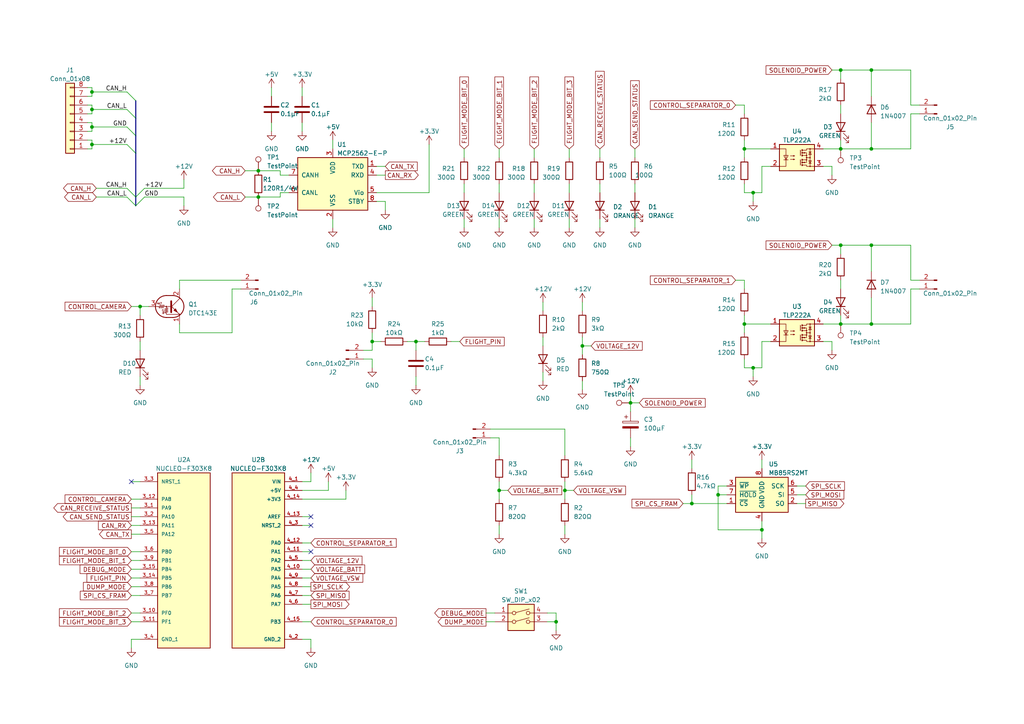
<source format=kicad_sch>
(kicad_sch (version 20230121) (generator eeschema)
  (paper "A4")
  (junction (at 26.67 36.83))
  (junction (at 218.44 55.88))
  (junction (at 252.73 93.98))
  (junction (at 144.78 142.24))
  (junction (at 26.67 41.91))
  (junction (at 26.67 31.75))
  (junction (at 218.44 106.68))
  (junction (at 74.93 57.15))
  (junction (at 107.95 99.06))
  (junction (at 168.91 100.33))
  (junction (at 215.9 93.98))
  (junction (at 252.73 43.18))
  (junction (at 200.66 146.05))
  (junction (at 252.73 71.12))
  (junction (at 182.88 116.84))
  (junction (at 120.65 99.06))
  (junction (at 243.84 20.32))
  (junction (at 26.67 26.67))
  (junction (at 243.84 71.12))
  (junction (at 208.28 143.51))
  (junction (at 40.64 88.9))
  (junction (at 243.84 93.98))
  (junction (at 220.98 153.67))
  (junction (at 243.84 43.18))
  (junction (at 74.93 49.53))
  (junction (at 215.9 43.18))
  (junction (at 252.73 20.32))
  (junction (at 163.83 142.24))
  (junction (at 161.29 180.34))
  (no_connect (at 90.17 149.86))
  (no_connect (at 38.1 139.7))
  (no_connect (at 90.17 152.4))
  (no_connect (at 90.17 160.02))
  (bus_entry (at 39.37 59.69) (size 2.54 -2.54))
  (bus_entry (at 39.37 57.15) (size -2.54 -2.54))
  (bus_entry (at 36.83 41.91) (size 2.54 2.54))
  (bus_entry (at 36.83 26.67) (size 2.54 2.54))
  (bus_entry (at 39.37 57.15) (size 2.54 -2.54))
  (bus_entry (at 36.83 31.75) (size 2.54 2.54))
  (bus_entry (at 39.37 59.69) (size -2.54 -2.54))
  (bus_entry (at 36.83 36.83) (size 2.54 2.54))
  (wire (pts (xy 154.94 53.34) (xy 154.94 55.88)))
  (wire (pts (xy 36.83 54.61) (xy 27.94 54.61)))
  (wire (pts (xy 264.16 30.48) (xy 266.7 30.48)))
  (wire (pts (xy 241.3 20.32) (xy 243.84 20.32)))
  (wire (pts (xy 168.91 110.49) (xy 168.91 113.03)))
  (wire (pts (xy 142.24 124.46) (xy 163.83 124.46)))
  (wire (pts (xy 173.99 63.5) (xy 173.99 66.04)))
  (wire (pts (xy 120.65 99.06) (xy 123.19 99.06)))
  (wire (pts (xy 184.15 63.5) (xy 184.15 66.04)))
  (wire (pts (xy 38.1 170.18) (xy 40.64 170.18)))
  (wire (pts (xy 161.29 177.8) (xy 161.29 180.34)))
  (wire (pts (xy 26.67 31.75) (xy 36.83 31.75)))
  (wire (pts (xy 52.07 81.28) (xy 52.07 83.82)))
  (wire (pts (xy 38.1 147.32) (xy 40.64 147.32)))
  (wire (pts (xy 38.1 187.96) (xy 38.1 185.42)))
  (bus (pts (xy 39.37 29.21) (xy 39.37 34.29)))
  (wire (pts (xy 215.9 40.64) (xy 215.9 43.18)))
  (bus (pts (xy 39.37 39.37) (xy 39.37 44.45)))
  (wire (pts (xy 53.34 59.69) (xy 53.34 57.15)))
  (wire (pts (xy 213.36 81.28) (xy 215.9 81.28)))
  (bus (pts (xy 39.37 44.45) (xy 39.37 57.15)))
  (wire (pts (xy 26.67 38.1) (xy 25.4 38.1)))
  (wire (pts (xy 26.67 26.67) (xy 36.83 26.67)))
  (wire (pts (xy 210.82 140.97) (xy 208.28 140.97)))
  (wire (pts (xy 87.63 185.42) (xy 90.17 185.42)))
  (wire (pts (xy 165.1 43.18) (xy 165.1 45.72)))
  (wire (pts (xy 243.84 40.64) (xy 243.84 43.18)))
  (wire (pts (xy 25.4 40.64) (xy 26.67 40.64)))
  (wire (pts (xy 38.1 152.4) (xy 40.64 152.4)))
  (wire (pts (xy 25.4 43.18) (xy 26.67 43.18)))
  (wire (pts (xy 158.75 180.34) (xy 161.29 180.34)))
  (wire (pts (xy 118.11 99.06) (xy 120.65 99.06)))
  (wire (pts (xy 40.64 99.06) (xy 40.64 101.6)))
  (wire (pts (xy 243.84 43.18) (xy 252.73 43.18)))
  (wire (pts (xy 87.63 139.7) (xy 90.17 139.7)))
  (wire (pts (xy 238.76 93.98) (xy 243.84 93.98)))
  (wire (pts (xy 107.95 99.06) (xy 110.49 99.06)))
  (wire (pts (xy 87.63 144.78) (xy 100.33 144.78)))
  (wire (pts (xy 173.99 43.18) (xy 173.99 45.72)))
  (wire (pts (xy 163.83 142.24) (xy 163.83 144.78)))
  (wire (pts (xy 144.78 152.4) (xy 144.78 154.94)))
  (wire (pts (xy 165.1 53.34) (xy 165.1 55.88)))
  (wire (pts (xy 243.84 30.48) (xy 243.84 33.02)))
  (wire (pts (xy 38.1 177.8) (xy 40.64 177.8)))
  (wire (pts (xy 111.76 58.42) (xy 111.76 60.96)))
  (wire (pts (xy 182.88 116.84) (xy 182.88 119.38)))
  (wire (pts (xy 78.74 25.4) (xy 78.74 27.94)))
  (wire (pts (xy 25.4 30.48) (xy 26.67 30.48)))
  (wire (pts (xy 182.88 114.3) (xy 182.88 116.84)))
  (wire (pts (xy 215.9 81.28) (xy 215.9 83.82)))
  (wire (pts (xy 90.17 152.4) (xy 87.63 152.4)))
  (wire (pts (xy 26.67 31.75) (xy 26.67 30.48)))
  (wire (pts (xy 215.9 43.18) (xy 215.9 45.72)))
  (wire (pts (xy 264.16 20.32) (xy 264.16 30.48)))
  (wire (pts (xy 215.9 53.34) (xy 215.9 55.88)))
  (wire (pts (xy 109.22 48.26) (xy 111.76 48.26)))
  (wire (pts (xy 243.84 20.32) (xy 243.84 22.86)))
  (wire (pts (xy 243.84 71.12) (xy 243.84 73.66)))
  (wire (pts (xy 173.99 53.34) (xy 173.99 55.88)))
  (wire (pts (xy 109.22 50.8) (xy 111.76 50.8)))
  (wire (pts (xy 252.73 71.12) (xy 264.16 71.12)))
  (wire (pts (xy 252.73 86.36) (xy 252.73 93.98)))
  (wire (pts (xy 208.28 140.97) (xy 208.28 143.51)))
  (wire (pts (xy 53.34 52.07) (xy 53.34 54.61)))
  (wire (pts (xy 26.67 36.83) (xy 36.83 36.83)))
  (wire (pts (xy 220.98 55.88) (xy 218.44 55.88)))
  (wire (pts (xy 71.12 49.53) (xy 74.93 49.53)))
  (wire (pts (xy 210.82 143.51) (xy 208.28 143.51)))
  (wire (pts (xy 266.7 83.82) (xy 264.16 83.82)))
  (wire (pts (xy 144.78 127) (xy 144.78 132.08)))
  (wire (pts (xy 161.29 180.34) (xy 161.29 182.88)))
  (wire (pts (xy 220.98 151.13) (xy 220.98 153.67)))
  (wire (pts (xy 215.9 106.68) (xy 218.44 106.68)))
  (wire (pts (xy 252.73 35.56) (xy 252.73 43.18)))
  (wire (pts (xy 25.4 33.02) (xy 26.67 33.02)))
  (wire (pts (xy 53.34 57.15) (xy 41.91 57.15)))
  (wire (pts (xy 87.63 180.34) (xy 90.17 180.34)))
  (wire (pts (xy 81.28 50.8) (xy 81.28 49.53)))
  (wire (pts (xy 134.62 53.34) (xy 134.62 55.88)))
  (wire (pts (xy 241.3 71.12) (xy 243.84 71.12)))
  (wire (pts (xy 107.95 104.14) (xy 105.41 104.14)))
  (wire (pts (xy 107.95 86.36) (xy 107.95 88.9)))
  (wire (pts (xy 243.84 20.32) (xy 252.73 20.32)))
  (wire (pts (xy 163.83 139.7) (xy 163.83 142.24)))
  (wire (pts (xy 215.9 55.88) (xy 218.44 55.88)))
  (wire (pts (xy 87.63 142.24) (xy 95.25 142.24)))
  (wire (pts (xy 71.12 57.15) (xy 74.93 57.15)))
  (wire (pts (xy 231.14 146.05) (xy 233.68 146.05)))
  (wire (pts (xy 87.63 160.02) (xy 90.17 160.02)))
  (wire (pts (xy 252.73 20.32) (xy 264.16 20.32)))
  (wire (pts (xy 243.84 71.12) (xy 252.73 71.12)))
  (wire (pts (xy 26.67 36.83) (xy 26.67 38.1)))
  (wire (pts (xy 87.63 157.48) (xy 90.17 157.48)))
  (wire (pts (xy 52.07 96.52) (xy 67.31 96.52)))
  (wire (pts (xy 36.83 57.15) (xy 27.94 57.15)))
  (wire (pts (xy 87.63 35.56) (xy 87.63 38.1)))
  (wire (pts (xy 238.76 43.18) (xy 243.84 43.18)))
  (wire (pts (xy 87.63 167.64) (xy 90.17 167.64)))
  (wire (pts (xy 144.78 142.24) (xy 144.78 144.78)))
  (wire (pts (xy 252.73 93.98) (xy 264.16 93.98)))
  (wire (pts (xy 38.1 162.56) (xy 40.64 162.56)))
  (wire (pts (xy 241.3 99.06) (xy 241.3 101.6)))
  (wire (pts (xy 95.25 139.7) (xy 95.25 142.24)))
  (wire (pts (xy 96.52 63.5) (xy 96.52 66.04)))
  (wire (pts (xy 40.64 88.9) (xy 43.18 88.9)))
  (bus (pts (xy 39.37 34.29) (xy 39.37 39.37)))
  (wire (pts (xy 144.78 63.5) (xy 144.78 66.04)))
  (wire (pts (xy 215.9 43.18) (xy 223.52 43.18)))
  (wire (pts (xy 168.91 100.33) (xy 171.45 100.33)))
  (wire (pts (xy 218.44 106.68) (xy 218.44 109.22)))
  (wire (pts (xy 26.67 26.67) (xy 26.67 25.4)))
  (wire (pts (xy 69.85 81.28) (xy 52.07 81.28)))
  (wire (pts (xy 220.98 153.67) (xy 220.98 156.21)))
  (wire (pts (xy 231.14 143.51) (xy 233.68 143.51)))
  (wire (pts (xy 215.9 30.48) (xy 215.9 33.02)))
  (wire (pts (xy 215.9 93.98) (xy 223.52 93.98)))
  (wire (pts (xy 38.1 180.34) (xy 40.64 180.34)))
  (wire (pts (xy 200.66 146.05) (xy 210.82 146.05)))
  (wire (pts (xy 25.4 27.94) (xy 26.67 27.94)))
  (wire (pts (xy 67.31 83.82) (xy 69.85 83.82)))
  (wire (pts (xy 105.41 101.6) (xy 107.95 101.6)))
  (wire (pts (xy 83.82 50.8) (xy 81.28 50.8)))
  (wire (pts (xy 38.1 139.7) (xy 40.64 139.7)))
  (bus (pts (xy 39.37 57.15) (xy 39.37 59.69)))
  (wire (pts (xy 243.84 91.44) (xy 243.84 93.98)))
  (wire (pts (xy 252.73 20.32) (xy 252.73 27.94)))
  (wire (pts (xy 26.67 35.56) (xy 26.67 36.83)))
  (wire (pts (xy 154.94 43.18) (xy 154.94 45.72)))
  (wire (pts (xy 25.4 35.56) (xy 26.67 35.56)))
  (wire (pts (xy 252.73 43.18) (xy 264.16 43.18)))
  (wire (pts (xy 241.3 48.26) (xy 238.76 48.26)))
  (wire (pts (xy 144.78 53.34) (xy 144.78 55.88)))
  (wire (pts (xy 87.63 25.4) (xy 87.63 27.94)))
  (wire (pts (xy 220.98 48.26) (xy 223.52 48.26)))
  (wire (pts (xy 200.66 143.51) (xy 200.66 146.05)))
  (wire (pts (xy 157.48 107.95) (xy 157.48 110.49)))
  (wire (pts (xy 67.31 83.82) (xy 67.31 96.52)))
  (wire (pts (xy 264.16 33.02) (xy 264.16 43.18)))
  (wire (pts (xy 81.28 55.88) (xy 81.28 57.15)))
  (wire (pts (xy 220.98 99.06) (xy 223.52 99.06)))
  (wire (pts (xy 52.07 93.98) (xy 52.07 96.52)))
  (wire (pts (xy 182.88 127) (xy 182.88 129.54)))
  (wire (pts (xy 90.17 149.86) (xy 87.63 149.86)))
  (wire (pts (xy 241.3 99.06) (xy 238.76 99.06)))
  (wire (pts (xy 157.48 87.63) (xy 157.48 90.17)))
  (wire (pts (xy 87.63 172.72) (xy 90.17 172.72)))
  (wire (pts (xy 154.94 63.5) (xy 154.94 66.04)))
  (wire (pts (xy 208.28 143.51) (xy 208.28 153.67)))
  (wire (pts (xy 264.16 83.82) (xy 264.16 93.98)))
  (wire (pts (xy 38.1 144.78) (xy 40.64 144.78)))
  (wire (pts (xy 120.65 111.76) (xy 120.65 109.22)))
  (wire (pts (xy 134.62 43.18) (xy 134.62 45.72)))
  (wire (pts (xy 220.98 55.88) (xy 220.98 48.26)))
  (wire (pts (xy 241.3 48.26) (xy 241.3 50.8)))
  (wire (pts (xy 142.24 127) (xy 144.78 127)))
  (wire (pts (xy 90.17 175.26) (xy 87.63 175.26)))
  (wire (pts (xy 38.1 167.64) (xy 40.64 167.64)))
  (wire (pts (xy 87.63 162.56) (xy 90.17 162.56)))
  (wire (pts (xy 120.65 101.6) (xy 120.65 99.06)))
  (wire (pts (xy 107.95 99.06) (xy 107.95 101.6)))
  (wire (pts (xy 243.84 93.98) (xy 252.73 93.98)))
  (wire (pts (xy 220.98 133.35) (xy 220.98 135.89)))
  (wire (pts (xy 184.15 43.18) (xy 184.15 45.72)))
  (wire (pts (xy 38.1 165.1) (xy 40.64 165.1)))
  (wire (pts (xy 53.34 54.61) (xy 41.91 54.61)))
  (wire (pts (xy 26.67 43.18) (xy 26.67 41.91)))
  (wire (pts (xy 231.14 140.97) (xy 233.68 140.97)))
  (wire (pts (xy 38.1 172.72) (xy 40.64 172.72)))
  (wire (pts (xy 184.15 53.34) (xy 184.15 55.88)))
  (wire (pts (xy 38.1 88.9) (xy 40.64 88.9)))
  (wire (pts (xy 264.16 81.28) (xy 266.7 81.28)))
  (wire (pts (xy 38.1 154.94) (xy 40.64 154.94)))
  (wire (pts (xy 124.46 41.91) (xy 124.46 55.88)))
  (wire (pts (xy 220.98 106.68) (xy 220.98 99.06)))
  (wire (pts (xy 266.7 33.02) (xy 264.16 33.02)))
  (wire (pts (xy 213.36 30.48) (xy 215.9 30.48)))
  (wire (pts (xy 243.84 81.28) (xy 243.84 83.82)))
  (wire (pts (xy 165.1 63.5) (xy 165.1 66.04)))
  (wire (pts (xy 100.33 142.24) (xy 100.33 144.78)))
  (wire (pts (xy 107.95 96.52) (xy 107.95 99.06)))
  (wire (pts (xy 90.17 187.96) (xy 90.17 185.42)))
  (wire (pts (xy 182.88 116.84) (xy 185.42 116.84)))
  (wire (pts (xy 163.83 124.46) (xy 163.83 132.08)))
  (wire (pts (xy 74.93 57.15) (xy 81.28 57.15)))
  (wire (pts (xy 144.78 139.7) (xy 144.78 142.24)))
  (wire (pts (xy 130.81 99.06) (xy 133.35 99.06)))
  (wire (pts (xy 163.83 142.24) (xy 166.37 142.24)))
  (wire (pts (xy 168.91 87.63) (xy 168.91 90.17)))
  (wire (pts (xy 87.63 170.18) (xy 90.17 170.18)))
  (wire (pts (xy 252.73 71.12) (xy 252.73 78.74)))
  (wire (pts (xy 38.1 149.86) (xy 40.64 149.86)))
  (wire (pts (xy 26.67 40.64) (xy 26.67 41.91)))
  (wire (pts (xy 215.9 91.44) (xy 215.9 93.98)))
  (wire (pts (xy 168.91 97.79) (xy 168.91 100.33)))
  (wire (pts (xy 144.78 142.24) (xy 147.32 142.24)))
  (wire (pts (xy 134.62 63.5) (xy 134.62 66.04)))
  (wire (pts (xy 90.17 137.16) (xy 90.17 139.7)))
  (wire (pts (xy 144.78 43.18) (xy 144.78 45.72)))
  (wire (pts (xy 25.4 25.4) (xy 26.67 25.4)))
  (wire (pts (xy 208.28 153.67) (xy 220.98 153.67)))
  (wire (pts (xy 40.64 88.9) (xy 40.64 91.44)))
  (wire (pts (xy 96.52 40.64) (xy 96.52 43.18)))
  (wire (pts (xy 109.22 55.88) (xy 124.46 55.88)))
  (wire (pts (xy 87.63 165.1) (xy 90.17 165.1)))
  (wire (pts (xy 107.95 106.68) (xy 107.95 104.14)))
  (wire (pts (xy 215.9 104.14) (xy 215.9 106.68)))
  (wire (pts (xy 26.67 26.67) (xy 26.67 27.94)))
  (wire (pts (xy 109.22 58.42) (xy 111.76 58.42)))
  (wire (pts (xy 38.1 185.42) (xy 40.64 185.42)))
  (wire (pts (xy 40.64 109.22) (xy 40.64 111.76)))
  (wire (pts (xy 215.9 93.98) (xy 215.9 96.52)))
  (wire (pts (xy 140.97 177.8) (xy 143.51 177.8)))
  (wire (pts (xy 158.75 177.8) (xy 161.29 177.8)))
  (wire (pts (xy 38.1 160.02) (xy 40.64 160.02)))
  (wire (pts (xy 200.66 133.35) (xy 200.66 135.89)))
  (wire (pts (xy 83.82 55.88) (xy 81.28 55.88)))
  (wire (pts (xy 78.74 35.56) (xy 78.74 38.1)))
  (wire (pts (xy 163.83 152.4) (xy 163.83 154.94)))
  (wire (pts (xy 168.91 100.33) (xy 168.91 102.87)))
  (wire (pts (xy 157.48 97.79) (xy 157.48 100.33)))
  (wire (pts (xy 26.67 33.02) (xy 26.67 31.75)))
  (wire (pts (xy 74.93 49.53) (xy 81.28 49.53)))
  (wire (pts (xy 26.67 41.91) (xy 36.83 41.91)))
  (wire (pts (xy 140.97 180.34) (xy 143.51 180.34)))
  (wire (pts (xy 198.12 146.05) (xy 200.66 146.05)))
  (wire (pts (xy 264.16 71.12) (xy 264.16 81.28)))
  (wire (pts (xy 218.44 55.88) (xy 218.44 58.42)))
  (wire (pts (xy 220.98 106.68) (xy 218.44 106.68)))
  (label "CAN_L" (at 36.83 57.15 180))
  (label "+12V" (at 36.83 41.91 180))
  (label "GND" (at 36.83 36.83 180))
  (label "GND" (at 41.91 57.15 0))
  (label "CAN_H" (at 36.83 26.67 180))
  (label "+12V" (at 41.91 54.61 0))
  (label "CAN_L" (at 36.83 31.75 180))
  (label "CAN_H" (at 36.83 54.61 180))
  (global_label "CONTROL_SEPARATOR_1" (shape input) (at 213.36 81.28 180) (property "Intersheetrefs" "${INTERSHEET_REFS}" (effects hide)))
  (global_label "SPI_SCLK" (shape output) (at 90.17 170.18 0) (property "Intersheetrefs" "${INTERSHEET_REFS}" (effects hide)))
  (global_label "VOLTAGE_12V" (shape input) (at 90.17 162.56 0) (property "Intersheetrefs" "${INTERSHEET_REFS}" (effects hide)))
  (global_label "CONTROL_SEPARATOR_1" (shape input) (at 90.17 157.48 0) (property "Intersheetrefs" "${INTERSHEET_REFS}" (effects hide)))
  (global_label "CAN_L" (shape bidirectional) (at 71.12 57.15 180) (property "Intersheetrefs" "${INTERSHEET_REFS}" (effects hide)))
  (global_label "FLIGHT_MODE_BIT_0" (shape input) (at 134.62 43.18 90) (property "Intersheetrefs" "${INTERSHEET_REFS}" (effects hide)))
  (global_label "FLIGHT_MODE_BIT_3" (shape input) (at 38.1 180.34 180) (property "Intersheetrefs" "${INTERSHEET_REFS}" (effects hide)))
  (global_label "CONTROL_CAMERA" (shape input) (at 38.1 144.78 180) (property "Intersheetrefs" "${INTERSHEET_REFS}" (effects hide)))
  (global_label "SPI_MISO" (shape output) (at 233.68 146.05 0) (property "Intersheetrefs" "${INTERSHEET_REFS}" (effects hide)))
  (global_label "VOLTAGE_VSW" (shape input) (at 90.17 167.64 0) (property "Intersheetrefs" "${INTERSHEET_REFS}" (effects hide)))
  (global_label "CAN_TX" (shape input) (at 111.76 48.26 0) (property "Intersheetrefs" "${INTERSHEET_REFS}" (effects hide)))
  (global_label "DUMP_MODE" (shape output) (at 140.97 180.34 180) (property "Intersheetrefs" "${INTERSHEET_REFS}" (effects hide)))
  (global_label "FLIGHT_MODE_BIT_2" (shape input) (at 154.94 43.18 90) (property "Intersheetrefs" "${INTERSHEET_REFS}" (effects hide)))
  (global_label "FLIGHT_MODE_BIT_1" (shape input) (at 144.78 43.18 90) (property "Intersheetrefs" "${INTERSHEET_REFS}" (effects hide)))
  (global_label "FLIGHT_MODE_BIT_0" (shape input) (at 38.1 160.02 180) (property "Intersheetrefs" "${INTERSHEET_REFS}" (effects hide)))
  (global_label "CAN_H" (shape bidirectional) (at 71.12 49.53 180) (property "Intersheetrefs" "${INTERSHEET_REFS}" (effects hide)))
  (global_label "CONTROL_SEPARATOR_0" (shape input) (at 213.36 30.48 180) (property "Intersheetrefs" "${INTERSHEET_REFS}" (effects hide)))
  (global_label "CAN_RX" (shape output) (at 111.76 50.8 0) (property "Intersheetrefs" "${INTERSHEET_REFS}" (effects hide)))
  (global_label "CAN_L" (shape bidirectional) (at 27.94 57.15 180) (property "Intersheetrefs" "${INTERSHEET_REFS}" (effects hide)))
  (global_label "DEBUG_MODE" (shape output) (at 140.97 177.8 180) (property "Intersheetrefs" "${INTERSHEET_REFS}" (effects hide)))
  (global_label "CAN_SEND_STATUS" (shape output) (at 38.1 149.86 180) (property "Intersheetrefs" "${INTERSHEET_REFS}" (effects hide)))
  (global_label "CAN_TX" (shape output) (at 38.1 154.94 180) (property "Intersheetrefs" "${INTERSHEET_REFS}" (effects hide)))
  (global_label "CONTROL_SEPARATOR_0" (shape input) (at 90.17 180.34 0) (property "Intersheetrefs" "${INTERSHEET_REFS}" (effects hide)))
  (global_label "FLIGHT_PIN" (shape input) (at 133.35 99.06 0) (property "Intersheetrefs" "${INTERSHEET_REFS}" (effects hide)))
  (global_label "FLIGHT_MODE_BIT_1" (shape input) (at 38.1 162.56 180) (property "Intersheetrefs" "${INTERSHEET_REFS}" (effects hide)))
  (global_label "SPI_SCLK" (shape input) (at 233.68 140.97 0) (property "Intersheetrefs" "${INTERSHEET_REFS}" (effects hide)))
  (global_label "FLIGHT_MODE_BIT_3" (shape input) (at 165.1 43.18 90) (property "Intersheetrefs" "${INTERSHEET_REFS}" (effects hide)))
  (global_label "SOLENOID_POWER" (shape input) (at 241.3 20.32 180) (property "Intersheetrefs" "${INTERSHEET_REFS}" (effects hide)))
  (global_label "CAN_RX" (shape input) (at 38.1 152.4 180) (property "Intersheetrefs" "${INTERSHEET_REFS}" (effects hide)))
  (global_label "SPI_CS_FRAM" (shape input) (at 198.12 146.05 180) (property "Intersheetrefs" "${INTERSHEET_REFS}" (effects hide)))
  (global_label "SPI_MOSI" (shape input) (at 233.68 143.51 0) (property "Intersheetrefs" "${INTERSHEET_REFS}" (effects hide)))
  (global_label "CAN_SEND_STATUS" (shape input) (at 184.15 43.18 90) (property "Intersheetrefs" "${INTERSHEET_REFS}" (effects hide)))
  (global_label "SPI_CS_FRAM" (shape input) (at 38.1 172.72 180) (property "Intersheetrefs" "${INTERSHEET_REFS}" (effects hide)))
  (global_label "FLIGHT_MODE_BIT_2" (shape input) (at 38.1 177.8 180) (property "Intersheetrefs" "${INTERSHEET_REFS}" (effects hide)))
  (global_label "SPI_MOSI" (shape output) (at 90.17 175.26 0) (property "Intersheetrefs" "${INTERSHEET_REFS}" (effects hide)))
  (global_label "CONTROL_CAMERA" (shape input) (at 38.1 88.9 180) (property "Intersheetrefs" "${INTERSHEET_REFS}" (effects hide)))
  (global_label "CAN_RECEIVE_STATUS" (shape input) (at 173.99 43.18 90) (property "Intersheetrefs" "${INTERSHEET_REFS}" (effects hide)))
  (global_label "VOLTAGE_12V" (shape input) (at 171.45 100.33 0) (property "Intersheetrefs" "${INTERSHEET_REFS}" (effects hide)))
  (global_label "SOLENOID_POWER" (shape input) (at 185.42 116.84 0) (property "Intersheetrefs" "${INTERSHEET_REFS}" (effects hide)))
  (global_label "CAN_H" (shape bidirectional) (at 27.94 54.61 180) (property "Intersheetrefs" "${INTERSHEET_REFS}" (effects hide)))
  (global_label "VOLTAGE_BATT" (shape input) (at 147.32 142.24 0) (property "Intersheetrefs" "${INTERSHEET_REFS}" (effects hide)))
  (global_label "SPI_MISO" (shape input) (at 90.17 172.72 0) (property "Intersheetrefs" "${INTERSHEET_REFS}" (effects hide)))
  (global_label "VOLTAGE_BATT" (shape input) (at 90.17 165.1 0) (property "Intersheetrefs" "${INTERSHEET_REFS}" (effects hide)))
  (global_label "SOLENOID_POWER" (shape input) (at 241.3 71.12 180) (property "Intersheetrefs" "${INTERSHEET_REFS}" (effects hide)))
  (global_label "VOLTAGE_VSW" (shape input) (at 166.37 142.24 0) (property "Intersheetrefs" "${INTERSHEET_REFS}" (effects hide)))
  (global_label "DUMP_MODE" (shape input) (at 38.1 170.18 180) (property "Intersheetrefs" "${INTERSHEET_REFS}" (effects hide)))
  (global_label "FLIGHT_PIN" (shape input) (at 38.1 167.64 180) (property "Intersheetrefs" "${INTERSHEET_REFS}" (effects hide)))
  (global_label "DEBUG_MODE" (shape input) (at 38.1 165.1 180) (property "Intersheetrefs" "${INTERSHEET_REFS}" (effects hide)))
  (global_label "CAN_RECEIVE_STATUS" (shape output) (at 38.1 147.32 180) (property "Intersheetrefs" "${INTERSHEET_REFS}" (effects hide)))
  (symbol (lib_id "Device:LED") (at 184.15 59.69 90) (unit 1)
    (property "Reference" "D1" (at 187.96 60.0074 90) (effects (justify right)))
    (property "Value" "ORANGE" (at 187.96 62.5474 90) (effects (justify right)))
    (property "Footprint" "LED_SMD:LED_0603_1608Metric_Pad1.05x0.95mm_HandSolder" (effects hide))
  )
  (symbol (lib_id "power:GND") (at 218.44 109.22 0) (mirror y) (unit 1)
    (property "Reference" "#PWR042" (effects hide))
    (property "Value" "GND" (at 218.44 114.3 0))
  )
  (symbol (lib_id "Device:R") (at 215.9 87.63 0) (mirror y) (unit 1)
    (property "Reference" "R14" (at 213.36 86.995 0) (effects (justify left)))
    (property "Value" "120Ω" (at 213.36 89.535 0) (effects (justify left)))
    (property "Footprint" "Resistor_SMD:R_0603_1608Metric_Pad0.98x0.95mm_HandSolder" (effects hide))
  )
  (symbol (lib_id "Device:R") (at 215.9 100.33 0) (mirror y) (unit 1)
    (property "Reference" "R15" (at 213.36 99.695 0) (effects (justify left)))
    (property "Value" "120Ω" (at 213.36 102.235 0) (effects (justify left)))
    (property "Footprint" "Resistor_SMD:R_0603_1608Metric_Pad0.98x0.95mm_HandSolder" (effects hide))
  )
  (symbol (lib_id "power:GND") (at 53.34 59.69 0) (mirror y) (unit 1)
    (property "Reference" "#PWR04" (effects hide))
    (property "Value" "GND" (at 53.34 64.77 0))
  )
  (symbol (lib_id "Device:LED") (at 243.84 36.83 90) (unit 1)
    (property "Reference" "D3" (at 238.76 36.83 90) (effects (justify right)))
    (property "Value" "GREEN" (at 237.49 39.37 90) (effects (justify right)))
    (property "Footprint" "LED_SMD:LED_0603_1608Metric_Pad1.05x0.95mm_HandSolder" (effects hide))
  )
  (symbol (lib_id "Device:R") (at 168.91 93.98 0) (unit 1)
    (property "Reference" "R9" (at 171.45 92.7099 0) (effects (justify left)))
    (property "Value" "3kΩ" (at 171.45 95.2499 0) (effects (justify left)))
    (property "Footprint" "Resistor_SMD:R_0603_1608Metric_Pad0.98x0.95mm_HandSolder" (effects hide))
  )
  (symbol (lib_id "power:GND") (at 144.78 66.04 0) (mirror y) (unit 1)
    (property "Reference" "#PWR024" (effects hide))
    (property "Value" "GND" (at 144.78 71.12 0))
  )
  (symbol (lib_id "Device:R") (at 127 99.06 270) (unit 1)
    (property "Reference" "R25" (at 127 93.98 90))
    (property "Value" "1kΩ" (at 127 96.52 90))
    (property "Footprint" "Resistor_SMD:R_0603_1608Metric_Pad0.98x0.95mm_HandSolder" (effects hide))
  )
  (symbol (lib_id "Connector:Conn_01x02_Pin") (at 271.78 33.02 180) (unit 1)
    (property "Reference" "J5" (at 275.59 36.83 0))
    (property "Value" "Conn_01x02_Pin" (at 275.59 34.29 0))
    (property "Footprint" "Hirose_Connector:Hirose_DF1B" (effects hide))
  )
  (symbol (lib_id "power:+12V") (at 182.88 114.3 0) (unit 1)
    (property "Reference" "#PWR035" (effects hide))
    (property "Value" "+12V" (at 182.88 110.49 0))
  )
  (symbol (lib_id "power:+5V") (at 95.25 139.7 0) (unit 1)
    (property "Reference" "#PWR018" (effects hide))
    (property "Value" "+5V" (at 95.25 135.89 0))
  )
  (symbol (lib_id "power:GND") (at 168.91 113.03 0) (mirror y) (unit 1)
    (property "Reference" "#PWR029" (effects hide))
    (property "Value" "GND" (at 168.91 118.11 0))
  )
  (symbol (lib_id "Device:R") (at 163.83 148.59 0) (unit 1)
    (property "Reference" "R2" (at 166.37 147.3199 0) (effects (justify left)))
    (property "Value" "820Ω" (at 166.37 149.8599 0) (effects (justify left)))
    (property "Footprint" "Resistor_SMD:R_0603_1608Metric_Pad0.98x0.95mm_HandSolder" (effects hide))
  )
  (symbol (lib_id "Device:C") (at 87.63 31.75 0) (unit 1)
    (property "Reference" "C1" (at 90.17 30.48 0) (effects (justify left)))
    (property "Value" "0.1μF" (at 90.17 33.02 0) (effects (justify left)))
    (property "Footprint" "Capacitor_SMD:C_0603_1608Metric_Pad1.08x0.95mm_HandSolder" (effects hide))
  )
  (symbol (lib_id "power:+3.3V") (at 87.63 25.4 0) (unit 1)
    (property "Reference" "#PWR010" (effects hide))
    (property "Value" "+3.3V" (at 87.63 21.59 0))
  )
  (symbol (lib_id "Device:R") (at 154.94 49.53 0) (mirror y) (unit 1)
    (property "Reference" "R18" (at 152.4 48.895 0) (effects (justify left)))
    (property "Value" "300Ω" (at 152.4 51.435 0) (effects (justify left)))
    (property "Footprint" "Resistor_SMD:R_0603_1608Metric_Pad0.98x0.95mm_HandSolder" (effects hide))
  )
  (symbol (lib_id "power:GND") (at 144.78 154.94 0) (mirror y) (unit 1)
    (property "Reference" "#PWR017" (effects hide))
    (property "Value" "GND" (at 144.78 160.02 0))
  )
  (symbol (lib_id "power:+3.3V") (at 100.33 142.24 0) (unit 1)
    (property "Reference" "#PWR019" (effects hide))
    (property "Value" "+3.3V" (at 100.33 138.43 0))
  )
  (symbol (lib_id "Device:R") (at 144.78 135.89 0) (unit 1)
    (property "Reference" "R3" (at 147.32 134.6199 0) (effects (justify left)))
    (property "Value" "4.3kΩ" (at 147.32 137.1599 0) (effects (justify left)))
    (property "Footprint" "Resistor_SMD:R_0603_1608Metric_Pad0.98x0.95mm_HandSolder" (effects hide))
  )
  (symbol (lib_id "Device:R") (at 243.84 26.67 0) (mirror y) (unit 1)
    (property "Reference" "R17" (at 241.3 26.035 0) (effects (justify left)))
    (property "Value" "2kΩ" (at 241.3 28.575 0) (effects (justify left)))
    (property "Footprint" "Resistor_SMD:R_0603_1608Metric_Pad0.98x0.95mm_HandSolder" (effects hide))
  )
  (symbol (lib_id "power:GND") (at 154.94 66.04 0) (mirror y) (unit 1)
    (property "Reference" "#PWR026" (effects hide))
    (property "Value" "GND" (at 154.94 71.12 0))
  )
  (symbol (lib_id "Device:R") (at 134.62 49.53 0) (mirror y) (unit 1)
    (property "Reference" "R21" (at 132.08 48.895 0) (effects (justify left)))
    (property "Value" "300Ω" (at 132.08 51.435 0) (effects (justify left)))
    (property "Footprint" "Resistor_SMD:R_0603_1608Metric_Pad0.98x0.95mm_HandSolder" (effects hide))
  )
  (symbol (lib_id "power:+3.3V") (at 107.95 86.36 0) (unit 1)
    (property "Reference" "#PWR033" (effects hide))
    (property "Value" "+3.3V" (at 107.95 82.55 0))
  )
  (symbol (lib_id "Interface_CAN_LIN:MCP2562-E-P") (at 96.52 53.34 0) (mirror y) (unit 1)
    (property "Reference" "U1" (at 97.79 41.91 0) (effects (justify right)))
    (property "Value" "MCP2562-E-P" (at 97.79 44.45 0) (effects (justify right)))
    (property "Footprint" "Package_DIP:DIP-8_W7.62mm" (effects hide))
    (property "Datasheet" "http://ww1.microchip.com/downloads/en/DeviceDoc/25167A.pdf" (effects hide))
  )
  (symbol (lib_id "power:GND") (at 120.65 111.76 0) (unit 1)
    (property "Reference" "#PWR034" (effects hide))
    (property "Value" "GND" (at 120.65 116.84 0))
  )
  (symbol (lib_id "Connector:Conn_01x02_Pin") (at 74.93 83.82 180) (unit 1)
    (property "Reference" "J6" (at 73.66 87.63 0))
    (property "Value" "Conn_01x02_Pin" (at 80.01 85.09 0))
    (property "Footprint" "Hirose_Connector:Hirose_DF1B" (effects hide))
  )
  (symbol (lib_id "power:+5V") (at 78.74 25.4 0) (unit 1)
    (property "Reference" "#PWR08" (effects hide))
    (property "Value" "+5V" (at 78.74 21.59 0))
  )
  (symbol (lib_id "Device:LED") (at 144.78 59.69 90) (unit 1)
    (property "Reference" "D14" (at 139.7 59.69 90) (effects (justify right)))
    (property "Value" "GREEN" (at 138.43 62.23 90) (effects (justify right)))
    (property "Footprint" "LED_SMD:LED_0603_1608Metric_Pad1.05x0.95mm_HandSolder" (effects hide))
  )
  (symbol (lib_id "power:GND") (at 90.17 187.96 0) (unit 1)
    (property "Reference" "#PWR015" (effects hide))
    (property "Value" "GND" (at 90.17 193.04 0))
  )
  (symbol (lib_id "Transistor_BJT:DTC143E") (at 49.53 88.9 0) (unit 1)
    (property "Reference" "Q1" (at 54.61 88.265 0) (effects (justify left)))
    (property "Value" "DTC143E" (at 54.61 90.805 0) (effects (justify left)))
    (property "Footprint" "Package_TO_SOT_THT:TO-92_Inline" (effects hide))
  )
  (symbol (lib_id "Device:R") (at 107.95 92.71 0) (unit 1)
    (property "Reference" "R23" (at 101.6 91.44 0) (effects (justify left)))
    (property "Value" "10kΩ" (at 100.33 93.98 0) (effects (justify left)))
    (property "Footprint" "Resistor_SMD:R_0805_2012Metric_Pad1.20x1.40mm_HandSolder" (effects hide))
  )
  (symbol (lib_id "power:GND") (at 182.88 129.54 0) (mirror y) (unit 1)
    (property "Reference" "#PWR036" (effects hide))
    (property "Value" "GND" (at 182.88 134.62 0))
  )
  (symbol (lib_id "Device:LED") (at 154.94 59.69 90) (unit 1)
    (property "Reference" "D12" (at 149.86 59.69 90) (effects (justify right)))
    (property "Value" "GREEN" (at 148.59 62.23 90) (effects (justify right)))
    (property "Footprint" "LED_SMD:LED_0603_1608Metric_Pad1.05x0.95mm_HandSolder" (effects hide))
  )
  (symbol (lib_id "Device:R") (at 200.66 139.7 0) (unit 1)
    (property "Reference" "R16" (at 201.93 138.43 0) (effects (justify left)))
    (property "Value" "4.7kΩ" (at 201.93 140.97 0) (effects (justify left)))
    (property "Footprint" "Resistor_SMD:R_0603_1608Metric_Pad0.98x0.95mm_HandSolder" (effects hide))
  )
  (symbol (lib_id "Device:C") (at 78.74 31.75 0) (unit 1)
    (property "Reference" "C2" (at 81.28 30.48 0) (effects (justify left)))
    (property "Value" "0.1μF" (at 81.28 33.02 0) (effects (justify left)))
    (property "Footprint" "Capacitor_SMD:C_0603_1608Metric_Pad1.08x0.95mm_HandSolder" (effects hide))
  )
  (symbol (lib_id "Connector:Conn_01x02_Pin") (at 100.33 104.14 0) (mirror x) (unit 1)
    (property "Reference" "J2" (at 96.52 107.95 0))
    (property "Value" "Conn_01x02_Pin" (at 96.52 105.41 0))
    (property "Footprint" "Hirose_Connector:Hirose_DF1B" (effects hide))
  )
  (symbol (lib_id "Device:C") (at 120.65 105.41 0) (unit 1)
    (property "Reference" "C4" (at 123.19 104.14 0) (effects (justify left)))
    (property "Value" "0.1μF" (at 123.19 106.68 0) (effects (justify left)))
    (property "Footprint" "Capacitor_SMD:C_0603_1608Metric_Pad1.08x0.95mm_HandSolder" (effects hide))
  )
  (symbol (lib_id "power:GND") (at 173.99 66.04 0) (unit 1)
    (property "Reference" "#PWR031" (effects hide))
    (property "Value" "GND" (at 173.99 71.12 0))
  )
  (symbol (lib_id "Connector:TestPoint") (at 243.84 93.98 180) (unit 1)
    (property "Reference" "TP4" (at 246.38 96.647 0) (effects (justify right)))
    (property "Value" "TestPoint" (at 246.38 99.187 0) (effects (justify right)))
    (property "Footprint" "Connector_Pin:Pin_D1.0mm_L10.0mm" (effects hide))
  )
  (symbol (lib_id "Device:LED") (at 243.84 87.63 90) (unit 1)
    (property "Reference" "D4" (at 238.76 87.63 90) (effects (justify right)))
    (property "Value" "GREEN" (at 237.49 90.17 90) (effects (justify right)))
    (property "Footprint" "LED_SMD:LED_0603_1608Metric_Pad1.05x0.95mm_HandSolder" (effects hide))
  )
  (symbol (lib_id "power:GND") (at 184.15 66.04 0) (unit 1)
    (property "Reference" "#PWR032" (effects hide))
    (property "Value" "GND" (at 184.15 71.12 0))
  )
  (symbol (lib_id "Connector:TestPoint") (at 74.93 57.15 180) (unit 1)
    (property "Reference" "TP2" (at 77.47 59.817 0) (effects (justify right)))
    (property "Value" "TestPoint" (at 77.47 62.357 0) (effects (justify right)))
    (property "Footprint" "Connector_Pin:Pin_D1.0mm_L10.0mm" (effects hide))
  )
  (symbol (lib_id "Device:LED") (at 157.48 104.14 90) (unit 1)
    (property "Reference" "D5" (at 161.29 104.4574 90) (effects (justify right)))
    (property "Value" "RED" (at 161.29 106.9974 90) (effects (justify right)))
    (property "Footprint" "LED_SMD:LED_0603_1608Metric_Pad1.05x0.95mm_HandSolder" (effects hide))
  )
  (symbol (lib_id "Connector:TestPoint") (at 243.84 43.18 180) (unit 1)
    (property "Reference" "TP3" (at 246.38 45.847 0) (effects (justify right)))
    (property "Value" "TestPoint" (at 246.38 48.387 0) (effects (justify right)))
    (property "Footprint" "Connector_Pin:Pin_D1.0mm_L10.0mm" (effects hide))
  )
  (symbol (lib_id "power:GND") (at 111.76 60.96 0) (unit 1)
    (property "Reference" "#PWR016" (effects hide))
    (property "Value" "GND" (at 111.76 66.04 0))
  )
  (symbol (lib_id "power:GND") (at 40.64 111.76 0) (mirror y) (unit 1)
    (property "Reference" "#PWR06" (effects hide))
    (property "Value" "GND" (at 40.64 116.84 0))
  )
  (symbol (lib_id "Device:R") (at 144.78 49.53 0) (mirror y) (unit 1)
    (property "Reference" "R22" (at 142.24 48.895 0) (effects (justify left)))
    (property "Value" "300Ω" (at 142.24 51.435 0) (effects (justify left)))
    (property "Footprint" "Resistor_SMD:R_0603_1608Metric_Pad0.98x0.95mm_HandSolder" (effects hide))
  )
  (symbol (lib_id "Device:LED") (at 40.64 105.41 90) (unit 1)
    (property "Reference" "D10" (at 35.56 105.41 90) (effects (justify right)))
    (property "Value" "RED" (at 34.29 107.95 90) (effects (justify right)))
    (property "Footprint" "LED_SMD:LED_0603_1608Metric_Pad1.05x0.95mm_HandSolder" (effects hide))
  )
  (symbol (lib_id "power:GND") (at 38.1 187.96 0) (unit 1)
    (property "Reference" "#PWR05" (effects hide))
    (property "Value" "GND" (at 38.1 193.04 0))
  )
  (symbol (lib_id "power:GND") (at 134.62 66.04 0) (mirror y) (unit 1)
    (property "Reference" "#PWR022" (effects hide))
    (property "Value" "GND" (at 134.62 71.12 0))
  )
  (symbol (lib_id "power:GND") (at 161.29 182.88 0) (mirror y) (unit 1)
    (property "Reference" "#PWR025" (effects hide))
    (property "Value" "GND" (at 161.29 187.96 0))
  )
  (symbol (lib_id "power:GND") (at 218.44 58.42 0) (mirror y) (unit 1)
    (property "Reference" "#PWR038" (effects hide))
    (property "Value" "GND" (at 218.44 63.5 0))
  )
  (symbol (lib_id "Relay_SolidState:TLP222A") (at 231.14 96.52 0) (unit 1)
    (property "Reference" "U3" (at 231.14 88.9 0))
    (property "Value" "TLP222A" (at 231.14 91.44 0))
    (property "Footprint" "Package_DIP:DIP-4_W7.62mm" (effects hide))
    (property "Datasheet" "https://toshiba.semicon-storage.com/info/docget.jsp?did=17036&prodName=TLP222A" (effects hide))
  )
  (symbol (lib_id "power:GND") (at 220.98 156.21 0) (unit 1)
    (property "Reference" "#PWR041" (effects hide))
    (property "Value" "GND" (at 220.98 161.29 0))
  )
  (symbol (lib_id "Device:R") (at 168.91 106.68 0) (unit 1)
    (property "Reference" "R8" (at 171.45 105.4099 0) (effects (justify left)))
    (property "Value" "750Ω" (at 171.45 107.9499 0) (effects (justify left)))
    (property "Footprint" "Resistor_SMD:R_0603_1608Metric_Pad0.98x0.95mm_HandSolder" (effects hide))
  )
  (symbol (lib_id "power:GND") (at 157.48 110.49 0) (unit 1)
    (property "Reference" "#PWR02" (effects hide))
    (property "Value" "GND" (at 157.48 115.57 0))
  )
  (symbol (lib_id "power:GND") (at 241.3 50.8 0) (mirror y) (unit 1)
    (property "Reference" "#PWR07" (effects hide))
    (property "Value" "GND" (at 241.3 55.88 0))
  )
  (symbol (lib_id "power:GND") (at 165.1 66.04 0) (mirror y) (unit 1)
    (property "Reference" "#PWR030" (effects hide))
    (property "Value" "GND" (at 165.1 71.12 0))
  )
  (symbol (lib_id "NUCLEO-F303K8:NUCLEO-F303K8") (at 74.93 162.56 0) (unit 2)
    (property "Reference" "U2" (at 74.93 133.35 0))
    (property "Value" "NUCLEO-F303K8" (at 74.93 135.89 0))
    (property "Footprint" "NUCLEO-F303K8:MODULE_NUCLEO-F303K8" (effects hide))
    (property "STANDARD" "Manufacturer Recommendations" (effects hide))
    (property "SNAPEDA_PN" "NUCLEO-F303K8" (effects hide))
    (property "PARTREV" "5" (effects hide))
    (property "MANUFACTURER" "STMicroelectronics" (effects hide))
    (property "MAXIMUM_PACKAGE_HEIGHT" "N/A" (effects hide))
  )
  (symbol (lib_id "power:+12V") (at 53.34 52.07 0) (mirror y) (unit 1)
    (property "Reference" "#PWR03" (effects hide))
    (property "Value" "+12V" (at 53.34 48.26 0))
  )
  (symbol (lib_id "power:+3.3V") (at 124.46 41.91 0) (unit 1)
    (property "Reference" "#PWR021" (effects hide))
    (property "Value" "+3.3V" (at 124.46 38.1 0))
  )
  (symbol (lib_id "Diode:1N4007") (at 252.73 31.75 270) (unit 1)
    (property "Reference" "D6" (at 255.27 31.115 90) (effects (justify left)))
    (property "Value" "1N4007" (at 255.27 33.655 90) (effects (justify left)))
    (property "Footprint" "Diode_SMD:D_SOD-123F" (effects hide))
    (property "Datasheet" "http://www.vishay.com/docs/88503/1n4001.pdf" (effects hide))
    (property "Sim.Device" "D" (effects hide))
    (property "Sim.Pins" "1=K 2=A" (effects hide))
  )
  (symbol (lib_id "Device:R") (at 215.9 49.53 0) (mirror y) (unit 1)
    (property "Reference" "R12" (at 213.36 48.895 0) (effects (justify left)))
    (property "Value" "120Ω" (at 213.36 51.435 0) (effects (justify left)))
    (property "Footprint" "Resistor_SMD:R_0603_1608Metric_Pad0.98x0.95mm_HandSolder" (effects hide))
  )
  (symbol (lib_id "power:+12V") (at 157.48 87.63 0) (unit 1)
    (property "Reference" "#PWR01" (effects hide))
    (property "Value" "+12V" (at 157.48 83.82 0))
  )
  (symbol (lib_id "Device:LED") (at 173.99 59.69 90) (unit 1)
    (property "Reference" "D2" (at 177.8 60.0074 90) (effects (justify right)))
    (property "Value" "ORANGE" (at 177.8 62.5474 90) (effects (justify right)))
    (property "Footprint" "LED_SMD:LED_0603_1608Metric_Pad1.05x0.95mm_HandSolder" (effects hide))
  )
  (symbol (lib_id "Memory_NVRAM:MB85RS2MT") (at 220.98 143.51 0) (unit 1)
    (property "Reference" "U5" (at 222.9359 134.62 0) (effects (justify left)))
    (property "Value" "MB85RS2MT" (at 222.9359 137.16 0) (effects (justify left)))
    (property "Footprint" "Package_DIP:DIP-8_W7.62mm" (effects hide))
    (property "Datasheet" "http://www.fujitsu.com/downloads/MICRO/fsa/pdf/products/memory/fram/MB85RS16-DS501-00014-6v0-E.pdf" (effects hide))
  )
  (symbol (lib_id "power:GND") (at 96.52 66.04 0) (unit 1)
    (property "Reference" "#PWR013" (effects hide))
    (property "Value" "GND" (at 96.52 71.12 0))
  )
  (symbol (lib_id "power:+3.3V") (at 200.66 133.35 0) (unit 1)
    (property "Reference" "#PWR037" (effects hide))
    (property "Value" "+3.3V" (at 200.66 129.54 0))
  )
  (symbol (lib_id "Connector:Conn_01x02_Pin") (at 271.78 83.82 180) (unit 1)
    (property "Reference" "J4" (effects hide))
    (property "Value" "Conn_01x02_Pin" (at 275.59 85.09 0))
    (property "Footprint" "Hirose_Connector:Hirose_DF1B" (effects hide))
  )
  (symbol (lib_id "power:GND") (at 78.74 38.1 0) (unit 1)
    (property "Reference" "#PWR09" (effects hide))
    (property "Value" "GND" (at 78.74 43.18 0))
  )
  (symbol (lib_id "Device:R") (at 144.78 148.59 0) (unit 1)
    (property "Reference" "R7" (at 147.32 147.3199 0) (effects (justify left)))
    (property "Value" "820Ω" (at 147.32 149.8599 0) (effects (justify left)))
    (property "Footprint" "Resistor_SMD:R_0603_1608Metric_Pad0.98x0.95mm_HandSolder" (effects hide))
  )
  (symbol (lib_id "Device:R") (at 243.84 77.47 0) (mirror y) (unit 1)
    (property "Reference" "R20" (at 241.3 76.835 0) (effects (justify left)))
    (property "Value" "2kΩ" (at 241.3 79.375 0) (effects (justify left)))
    (property "Footprint" "Resistor_SMD:R_0603_1608Metric_Pad0.98x0.95mm_HandSolder" (effects hide))
  )
  (symbol (lib_id "Switch:SW_DIP_x02") (at 151.13 180.34 0) (unit 1)
    (property "Reference" "SW1" (at 151.13 171.45 0))
    (property "Value" "SW_DIP_x02" (at 151.13 173.99 0))
    (property "Footprint" "Button_Switch_THT:SW_DIP_SPSTx02_Piano_10.8x6.64mm_W7.62mm_P2.54mm" (effects hide))
  )
  (symbol (lib_id "Device:LED") (at 134.62 59.69 90) (unit 1)
    (property "Reference" "D13" (at 129.54 59.69 90) (effects (justify right)))
    (property "Value" "GREEN" (at 128.27 62.23 90) (effects (justify right)))
    (property "Footprint" "LED_SMD:LED_0603_1608Metric_Pad1.05x0.95mm_HandSolder" (effects hide))
  )
  (symbol (lib_id "Device:R") (at 157.48 93.98 0) (unit 1)
    (property "Reference" "R10" (at 160.02 92.7099 0) (effects (justify left)))
    (property "Value" "2kΩ" (at 160.02 95.2499 0) (effects (justify left)))
    (property "Footprint" "Resistor_SMD:R_0603_1608Metric_Pad0.98x0.95mm_HandSolder" (effects hide))
  )
  (symbol (lib_id "Device:R") (at 184.15 49.53 0) (unit 1)
    (property "Reference" "R6" (at 186.69 48.2599 0) (effects (justify left)))
    (property "Value" "100Ω" (at 184.15 50.7999 0) (effects (justify left)))
    (property "Footprint" "Resistor_SMD:R_0805_2012Metric_Pad1.20x1.40mm_HandSolder" (effects hide))
  )
  (symbol (lib_id "Diode:1N4007") (at 252.73 82.55 270) (unit 1)
    (property "Reference" "D7" (at 255.27 81.915 90) (effects (justify left)))
    (property "Value" "1N4007" (at 255.27 84.455 90) (effects (justify left)))
    (property "Footprint" "Diode_SMD:D_SOD-123F" (effects hide))
    (property "Datasheet" "http://www.vishay.com/docs/88503/1n4001.pdf" (effects hide))
    (property "Sim.Device" "D" (effects hide))
    (property "Sim.Pins" "1=K 2=A" (effects hide))
  )
  (symbol (lib_id "Connector_Generic:Conn_01x08") (at 20.32 35.56 180) (unit 1)
    (property "Reference" "J1" (at 20.32 20.32 0))
    (property "Value" "Conn_01x08" (at 20.32 22.86 0))
    (property "Footprint" "Hirose_Connector:Hirose_DF11B-8DP-2DS" (effects hide))
  )
  (symbol (lib_id "Device:R") (at 114.3 99.06 270) (unit 1)
    (property "Reference" "R24" (at 114.3 93.98 90))
    (property "Value" "10kΩ" (at 114.3 96.52 90))
    (property "Footprint" "Resistor_SMD:R_0805_2012Metric_Pad1.20x1.40mm_HandSolder" (effects hide))
  )
  (symbol (lib_id "Connector:TestPoint") (at 74.93 49.53 0) (unit 1)
    (property "Reference" "TP1" (at 77.47 45.593 0) (effects (justify left)))
    (property "Value" "TestPoint" (at 77.47 48.133 0) (effects (justify left)))
    (property "Footprint" "Connector_Pin:Pin_D1.0mm_L10.0mm" (effects hide))
  )
  (symbol (lib_id "Device:R") (at 173.99 49.53 0) (unit 1)
    (property "Reference" "R5" (at 176.53 48.2599 0) (effects (justify left)))
    (property "Value" "100Ω" (at 176.53 50.7999 0) (effects (justify left)))
    (property "Footprint" "Resistor_SMD:R_0805_2012Metric_Pad1.20x1.40mm_HandSolder" (effects hide))
  )
  (symbol (lib_id "Device:R") (at 215.9 36.83 0) (mirror y) (unit 1)
    (property "Reference" "R11" (at 213.36 36.195 0) (effects (justify left)))
    (property "Value" "120Ω" (at 213.36 38.735 0) (effects (justify left)))
    (property "Footprint" "Resistor_SMD:R_0603_1608Metric_Pad0.98x0.95mm_HandSolder" (effects hide))
  )
  (symbol (lib_id "Device:R") (at 163.83 135.89 0) (unit 1)
    (property "Reference" "R4" (at 166.37 134.6199 0) (effects (justify left)))
    (property "Value" "5.6kΩ" (at 166.37 137.1599 0) (effects (justify left)))
    (property "Footprint" "Resistor_SMD:R_0603_1608Metric_Pad0.98x0.95mm_HandSolder" (effects hide))
  )
  (symbol (lib_id "Device:C_Polarized") (at 182.88 123.19 0) (unit 1)
    (property "Reference" "C3" (at 186.69 121.666 0) (effects (justify left)))
    (property "Value" "100μF" (at 186.69 124.206 0) (effects (justify left)))
    (property "Footprint" "Capacitor_SMD:CP_Elec_6.3x7.7" (effects hide))
  )
  (symbol (lib_id "Device:R") (at 74.93 53.34 0) (unit 1)
    (property "Reference" "R1" (at 76.2 52.07 0) (effects (justify left)))
    (property "Value" "120R1/4W" (at 76.2 54.61 0) (effects (justify left)))
    (property "Footprint" "Resistor_SMD:R_0603_1608Metric_Pad0.98x0.95mm_HandSolder" (effects hide))
  )
  (symbol (lib_id "power:GND") (at 107.95 106.68 0) (unit 1)
    (property "Reference" "#PWR020" (effects hide))
    (property "Value" "GND" (at 107.95 111.76 0))
  )
  (symbol (lib_id "power:+12V") (at 168.91 87.63 0) (unit 1)
    (property "Reference" "#PWR028" (effects hide))
    (property "Value" "+12V" (at 168.91 83.82 0))
  )
  (symbol (lib_id "Device:LED") (at 165.1 59.69 90) (unit 1)
    (property "Reference" "D11" (at 160.02 59.69 90) (effects (justify right)))
    (property "Value" "GREEN" (at 158.75 62.23 90) (effects (justify right)))
    (property "Footprint" "LED_SMD:LED_0603_1608Metric_Pad1.05x0.95mm_HandSolder" (effects hide))
  )
  (symbol (lib_id "power:+3.3V") (at 220.98 133.35 0) (unit 1)
    (property "Reference" "#PWR040" (effects hide))
    (property "Value" "+3.3V" (at 220.98 129.54 0))
  )
  (symbol (lib_id "power:+12V") (at 90.17 137.16 0) (unit 1)
    (property "Reference" "#PWR014" (effects hide))
    (property "Value" "+12V" (at 90.17 133.35 0))
  )
  (symbol (lib_id "power:GND") (at 241.3 101.6 0) (mirror y) (unit 1)
    (property "Reference" "#PWR044" (effects hide))
    (property "Value" "GND" (at 241.3 106.68 0))
  )
  (symbol (lib_name "NUCLEO-F303K8_1") (lib_id "NUCLEO-F303K8:NUCLEO-F303K8") (at 53.34 162.56 0) (mirror y) (unit 1)
    (property "Reference" "U2" (at 53.34 133.35 0))
    (property "Value" "NUCLEO-F303K8" (at 53.34 135.89 0))
    (property "Footprint" "NUCLEO-F303K8:MODULE_NUCLEO-F303K8" (effects hide))
    (property "STANDARD" "Manufacturer Recommendations" (effects hide))
    (property "SNAPEDA_PN" "NUCLEO-F303K8" (effects hide))
    (property "PARTREV" "5" (effects hide))
    (property "MANUFACTURER" "STMicroelectronics" (effects hide))
    (property "MAXIMUM_PACKAGE_HEIGHT" "N/A" (effects hide))
  )
  (symbol (lib_id "Connector:Conn_01x02_Pin") (at 137.16 127 0) (mirror x) (unit 1)
    (property "Reference" "J3" (at 133.35 130.81 0))
    (property "Value" "Conn_01x02_Pin" (at 133.35 128.27 0))
    (property "Footprint" "Hirose_Connector:Hirose_DF1B" (effects hide))
  )
  (symbol (lib_id "Relay_SolidState:TLP222A") (at 231.14 45.72 0) (unit 1)
    (property "Reference" "U4" (at 231.14 38.1 0))
    (property "Value" "TLP222A" (at 231.14 40.64 0))
    (property "Footprint" "Package_DIP:DIP-4_W7.62mm" (effects hide))
    (property "Datasheet" "https://toshiba.semicon-storage.com/info/docget.jsp?did=17036&prodName=TLP222A" (effects hide))
  )
  (symbol (lib_id "power:+5V") (at 96.52 40.64 0) (unit 1)
    (property "Reference" "#PWR012" (effects hide))
    (property "Value" "+5V" (at 96.52 36.83 0))
  )
  (symbol (lib_id "Device:R") (at 40.64 95.25 0) (mirror y) (unit 1)
    (property "Reference" "R13" (at 38.1 94.615 0) (effects (justify left)))
    (property "Value" "300Ω" (at 38.1 97.155 0) (effects (justify left)))
    (property "Footprint" "Resistor_SMD:R_0603_1608Metric_Pad0.98x0.95mm_HandSolder" (effects hide))
  )
  (symbol (lib_id "Device:R") (at 165.1 49.53 0) (mirror y) (unit 1)
    (property "Reference" "R19" (at 162.56 48.895 0) (effects (justify left)))
    (property "Value" "300Ω" (at 162.56 51.435 0) (effects (justify left)))
    (property "Footprint" "Resistor_SMD:R_0603_1608Metric_Pad0.98x0.95mm_HandSolder" (effects hide))
  )
  (symbol (lib_id "power:GND") (at 163.83 154.94 0) (mirror y) (unit 1)
    (property "Reference" "#PWR023" (effects hide))
    (property "Value" "GND" (at 163.83 160.02 0))
  )
  (symbol (lib_id "Connector:TestPoint") (at 182.88 116.84 90) (unit 1)
    (property "Reference" "TP5" (at 179.578 111.76 90))
    (property "Value" "TestPoint" (at 179.578 114.3 90))
    (property "Footprint" "Connector_Pin:Pin_D1.0mm_L10.0mm" (effects hide))
  )
  (symbol (lib_id "power:GND") (at 87.63 38.1 0) (unit 1)
    (property "Reference" "#PWR011" (effects hide))
    (property "Value" "GND" (at 87.63 43.18 0))
  )
)
</source>
